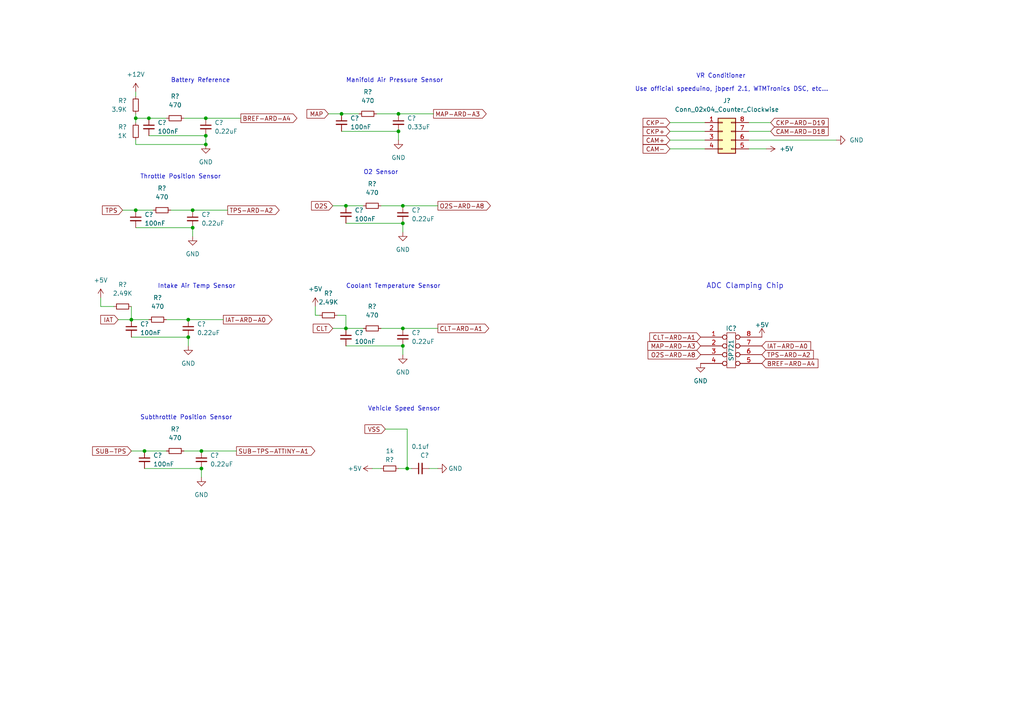
<source format=kicad_sch>
(kicad_sch (version 20211123) (generator eeschema)
  (paper "A4")
  (lib_symbols
    (symbol "Connector_Generic:Conn_02x04_Counter_Clockwise" (pin_names (offset 1.016) hide)
      (property "Reference" "J" (at 1.27 5.08 0))
      (property "Value" "Conn_02x04_Counter_Clockwise" (at 1.27 -7.62 0))
      (symbol "Conn_02x04_Counter_Clockwise_1_1"
        (rectangle (start -1.27 -4.953) (end 0 -5.207) (stroke (width 0.1524)))
        (rectangle (start -1.27 -2.413) (end 0 -2.667) (stroke (width 0.1524)))
        (rectangle (start -1.27 0.127) (end 0 -0.127) (stroke (width 0.1524)))
        (rectangle (start -1.27 2.667) (end 0 2.413) (stroke (width 0.1524)))
        (rectangle (start -1.27 3.81) (end 3.81 -6.35) (stroke (width 0.254)) (fill (type background)))
        (rectangle (start 3.81 -4.953) (end 2.54 -5.207) (stroke (width 0.1524)))
        (rectangle (start 3.81 -2.413) (end 2.54 -2.667) (stroke (width 0.1524)))
        (rectangle (start 3.81 0.127) (end 2.54 -0.127) (stroke (width 0.1524)))
        (rectangle (start 3.81 2.667) (end 2.54 2.413) (stroke (width 0.1524)))
        (pin passive line (at -5.08 2.54 0) (length 3.81) (name "Pin_1") (number "1"))
        (pin passive line (at -5.08 0 0) (length 3.81) (name "Pin_2") (number "2"))
        (pin passive line (at -5.08 -2.54 0) (length 3.81) (name "Pin_3") (number "3"))
        (pin passive line (at -5.08 -5.08 0) (length 3.81) (name "Pin_4") (number "4"))
        (pin passive line (at 7.62 -5.08 180) (length 3.81) (name "Pin_5") (number "5"))
        (pin passive line (at 7.62 -2.54 180) (length 3.81) (name "Pin_6") (number "6"))
        (pin passive line (at 7.62 0 180) (length 3.81) (name "Pin_7") (number "7"))
        (pin passive line (at 7.62 2.54 180) (length 3.81) (name "Pin_8") (number "8"))
      )
    )
    (symbol "Device:C_Small" (pin_numbers hide) (pin_names (offset 0.254) hide)
      (property "Reference" "C" (at 0.254 1.778 0))
      (property "Value" "C_Small" (at 0.254 -2.032 0))
      (symbol "C_Small_0_1"
        (polyline (pts (xy -1.524 -0.508) (xy 1.524 -0.508)) (stroke (width 0.3302)))
        (polyline (pts (xy -1.524 0.508) (xy 1.524 0.508)) (stroke (width 0.3048)))
      )
      (symbol "C_Small_1_1"
        (pin passive line (at 0 2.54 270) (length 2.032) (name "~") (number "1"))
        (pin passive line (at 0 -2.54 90) (length 2.032) (name "~") (number "2"))
      )
    )
    (symbol "Device:R_Small" (pin_numbers hide) (pin_names (offset 0.254) hide)
      (property "Reference" "R" (at 0.762 0.508 0))
      (property "Value" "R_Small" (at 0.762 -1.016 0))
      (symbol "R_Small_0_1"
        (rectangle (start -0.762 1.778) (end 0.762 -1.778) (stroke (width 0.2032)))
      )
      (symbol "R_Small_1_1"
        (pin passive line (at 0 2.54 270) (length 0.762) (name "~") (number "1"))
        (pin passive line (at 0 -2.54 90) (length 0.762) (name "~") (number "2"))
      )
    )
    (symbol "modules:DIL8" (pin_names (offset 1.016) hide)
      (property "Reference" "P" (at 0 6.35 0))
      (property "Value" "modules_DIL8" (at 0 0 90))
      (symbol "DIL8_0_1"
        (rectangle (start -1.27 5.08) (end 1.27 -5.08))
      )
      (symbol "DIL8_1_1"
        (pin passive inverted (at -8.89 3.81 0) (length 7.62) (name "P1") (number "1"))
        (pin passive inverted (at -8.89 1.27 0) (length 7.62) (name "P2") (number "2"))
        (pin passive inverted (at -8.89 -1.27 0) (length 7.62) (name "P3") (number "3"))
        (pin passive inverted (at -8.89 -3.81 0) (length 7.62) (name "P4") (number "4"))
        (pin passive inverted (at 8.89 -3.81 180) (length 7.62) (name "P5") (number "5"))
        (pin passive inverted (at 8.89 -1.27 180) (length 7.62) (name "P6") (number "6"))
        (pin passive inverted (at 8.89 1.27 180) (length 7.62) (name "P7") (number "7"))
        (pin passive inverted (at 8.89 3.81 180) (length 7.62) (name "P8") (number "8"))
      )
    )
    (symbol "power:+12V" (power) (pin_names (offset 0))
      (property "Value" "+12V" (at 0 3.556 0))
      (symbol "+12V_0_1"
        (polyline (pts (xy -0.762 1.27) (xy 0 2.54)))
        (polyline (pts (xy 0 0) (xy 0 2.54)))
        (polyline (pts (xy 0 2.54) (xy 0.762 1.27)))
      )
      (symbol "+12V_1_1"
        (pin power_in line (at 0 0 90) (length 0) hide (name "+12V") (number "1"))
      )
    )
    (symbol "power:+5V" (power) (pin_names (offset 0))
      (property "Value" "+5V" (at 0 3.556 0))
      (symbol "+5V_0_1"
        (polyline (pts (xy -0.762 1.27) (xy 0 2.54)))
        (polyline (pts (xy 0 0) (xy 0 2.54)))
        (polyline (pts (xy 0 2.54) (xy 0.762 1.27)))
      )
      (symbol "+5V_1_1"
        (pin power_in line (at 0 0 90) (length 0) hide (name "+5V") (number "1"))
      )
    )
    (symbol "power:GND" (power) (pin_names (offset 0))
      (property "Value" "GND" (at 0 -3.81 0))
      (symbol "GND_0_1"
        (polyline (pts (xy 0 0) (xy 0 -1.27) (xy 1.27 -1.27) (xy 0 -2.54) (xy -1.27 -1.27) (xy 0 -1.27)))
      )
      (symbol "GND_1_1"
        (pin power_in line (at 0 0 270) (length 0) hide (name "GND") (number "1"))
      )
    )
  )
  (junction (at 54.61 92.71))
  (junction (at 115.57 38.1))
  (junction (at 99.06 33.02))
  (junction (at 58.42 130.81))
  (junction (at 116.84 100.33))
  (junction (at 115.57 33.02))
  (junction (at 59.69 39.37))
  (junction (at 116.84 95.25))
  (junction (at 54.61 97.79))
  (junction (at 39.37 60.96))
  (junction (at 55.88 66.04))
  (junction (at 41.91 130.81))
  (junction (at 118.11 135.89))
  (junction (at 100.33 95.25))
  (junction (at 100.33 59.69))
  (junction (at 55.88 60.96))
  (junction (at 116.84 59.69))
  (junction (at 39.37 34.29))
  (junction (at 58.42 135.89))
  (junction (at 116.84 64.77))
  (junction (at 38.1 92.71))
  (junction (at 43.18 34.29))
  (junction (at 59.69 41.91))
  (junction (at 59.69 34.29))
  (wire (pts (xy 41.91 130.81) (xy 48.26 130.81)))
  (wire (pts (xy 39.37 35.56) (xy 39.37 34.29)))
  (wire (pts (xy 59.69 34.29) (xy 69.85 34.29)))
  (wire (pts (xy 116.84 95.25) (xy 127 95.25)))
  (wire (pts (xy 100.33 59.69) (xy 105.41 59.69)))
  (wire (pts (xy 59.69 39.37) (xy 59.69 41.91)))
  (wire (pts (xy 118.11 124.46) (xy 118.11 135.89)))
  (wire (pts (xy 124.46 135.89) (xy 127 135.89)))
  (wire (pts (xy 116.84 59.69) (xy 127 59.69)))
  (wire (pts (xy 43.18 39.37) (xy 59.69 39.37)))
  (wire (pts (xy 194.31 43.18) (xy 204.47 43.18)))
  (wire (pts (xy 115.57 135.89) (xy 118.11 135.89)))
  (wire (pts (xy 100.33 95.25) (xy 105.41 95.25)))
  (wire (pts (xy 118.11 135.89) (xy 119.38 135.89)))
  (wire (pts (xy 111.76 124.46) (xy 118.11 124.46)))
  (wire (pts (xy 53.34 34.29) (xy 59.69 34.29)))
  (wire (pts (xy 217.17 43.18) (xy 222.25 43.18)))
  (wire (pts (xy 34.29 92.71) (xy 38.1 92.71)))
  (wire (pts (xy 54.61 92.71) (xy 64.77 92.71)))
  (wire (pts (xy 96.52 95.25) (xy 100.33 95.25)))
  (wire (pts (xy 54.61 97.79) (xy 54.61 100.33)))
  (wire (pts (xy 55.88 66.04) (xy 55.88 68.58)))
  (wire (pts (xy 39.37 40.64) (xy 39.37 41.91)))
  (wire (pts (xy 217.17 35.56) (xy 223.52 35.56)))
  (wire (pts (xy 39.37 66.04) (xy 55.88 66.04)))
  (wire (pts (xy 116.84 100.33) (xy 116.84 102.87)))
  (wire (pts (xy 91.44 88.9) (xy 91.44 91.44)))
  (wire (pts (xy 99.06 33.02) (xy 104.14 33.02)))
  (wire (pts (xy 48.26 92.71) (xy 54.61 92.71)))
  (wire (pts (xy 43.18 34.29) (xy 48.26 34.29)))
  (wire (pts (xy 38.1 97.79) (xy 54.61 97.79)))
  (wire (pts (xy 38.1 130.81) (xy 41.91 130.81)))
  (wire (pts (xy 100.33 91.44) (xy 100.33 95.25)))
  (wire (pts (xy 58.42 135.89) (xy 58.42 138.43)))
  (wire (pts (xy 99.06 38.1) (xy 115.57 38.1)))
  (wire (pts (xy 53.34 130.81) (xy 58.42 130.81)))
  (wire (pts (xy 217.17 38.1) (xy 223.52 38.1)))
  (wire (pts (xy 194.31 35.56) (xy 204.47 35.56)))
  (wire (pts (xy 29.21 86.36) (xy 29.21 88.9)))
  (wire (pts (xy 95.25 33.02) (xy 99.06 33.02)))
  (wire (pts (xy 100.33 64.77) (xy 116.84 64.77)))
  (wire (pts (xy 116.84 64.77) (xy 116.84 67.31)))
  (wire (pts (xy 100.33 100.33) (xy 116.84 100.33)))
  (wire (pts (xy 110.49 95.25) (xy 116.84 95.25)))
  (wire (pts (xy 39.37 34.29) (xy 43.18 34.29)))
  (wire (pts (xy 217.17 40.64) (xy 242.57 40.64)))
  (wire (pts (xy 38.1 88.9) (xy 38.1 92.71)))
  (wire (pts (xy 107.95 135.89) (xy 110.49 135.89)))
  (wire (pts (xy 49.53 60.96) (xy 55.88 60.96)))
  (wire (pts (xy 39.37 60.96) (xy 44.45 60.96)))
  (wire (pts (xy 115.57 33.02) (xy 125.73 33.02)))
  (wire (pts (xy 97.79 91.44) (xy 100.33 91.44)))
  (wire (pts (xy 96.52 59.69) (xy 100.33 59.69)))
  (wire (pts (xy 91.44 91.44) (xy 92.71 91.44)))
  (wire (pts (xy 194.31 38.1) (xy 204.47 38.1)))
  (wire (pts (xy 55.88 60.96) (xy 66.04 60.96)))
  (wire (pts (xy 194.31 40.64) (xy 204.47 40.64)))
  (wire (pts (xy 35.56 60.96) (xy 39.37 60.96)))
  (wire (pts (xy 110.49 59.69) (xy 116.84 59.69)))
  (wire (pts (xy 39.37 26.67) (xy 39.37 27.94)))
  (wire (pts (xy 38.1 92.71) (xy 43.18 92.71)))
  (wire (pts (xy 39.37 41.91) (xy 59.69 41.91)))
  (wire (pts (xy 109.22 33.02) (xy 115.57 33.02)))
  (wire (pts (xy 41.91 135.89) (xy 58.42 135.89)))
  (wire (pts (xy 58.42 130.81) (xy 68.58 130.81)))
  (wire (pts (xy 29.21 88.9) (xy 33.02 88.9)))
  (wire (pts (xy 115.57 38.1) (xy 115.57 40.64)))
  (wire (pts (xy 39.37 33.02) (xy 39.37 34.29)))
  (text "Throttle Position Sensor" (at 40.64 52.07 0) (effects (font (size 1.27 1.27)) (justify left bottom)))
  (text "Subthrottle Position Sensor" (at 40.64 121.92 0) (effects (font (size 1.27 1.27)) (justify left bottom)))
  (text "Coolant Temperature Sensor" (at 100.33 83.82 0) (effects (font (size 1.27 1.27)) (justify left bottom)))
  (text "Intake Air Temp Sensor" (at 45.72 83.82 0) (effects (font (size 1.27 1.27)) (justify left bottom)))
  (text "Manifold Air Pressure Sensor" (at 100.33 24.13 0) (effects (font (size 1.27 1.27)) (justify left bottom)))
  (text "VR Conditioner" (at 201.93 22.86 0) (effects (font (size 1.27 1.27)) (justify left bottom)))
  (text "O2 Sensor" (at 105.41 50.8 0) (effects (font (size 1.27 1.27)) (justify left bottom)))
  (text "Vehicle Speed Sensor" (at 106.68 119.38 0) (effects (font (size 1.27 1.27)) (justify left bottom)))
  (text "Battery Reference" (at 49.53 24.13 0) (effects (font (size 1.27 1.27)) (justify left bottom)))
  (text "Use official speeduino, jbperf 2.1, WTMTronics DSC, etc..." (at 184.15 26.67 0) (effects (font (size 1.27 1.27)) (justify left bottom)))
  (text "ADC Clamping Chip\n\n" (at 227.33 86.36 180) (effects (font (size 1.524 1.524)) (justify right bottom)))
  (global_label "O2S-ARD-A8" (shape output) (at 127 59.69 0) (property "Intersheet References" "${INTERSHEET_REFS}" (effects hide)))
  (global_label "MAP-ARD-A3" (shape input) (at 203.2 100.33 180) (property "Intersheet References" "${INTERSHEET_REFS}" (effects hide)))
  (global_label "SUB-TPS" (shape input) (at 38.1 130.81 180) (property "Intersheet References" "${INTERSHEET_REFS}" (effects hide)))
  (global_label "CLT-ARD-A1" (shape input) (at 203.2 97.79 180) (property "Intersheet References" "${INTERSHEET_REFS}" (effects hide)))
  (global_label "CAM-ARD-D18" (shape input) (at 223.52 38.1 0) (property "Intersheet References" "${INTERSHEET_REFS}" (effects hide)))
  (global_label "CKP+" (shape input) (at 194.31 38.1 180) (property "Intersheet References" "${INTERSHEET_REFS}" (effects hide)))
  (global_label "BREF-ARD-A4" (shape output) (at 69.85 34.29 0) (property "Intersheet References" "${INTERSHEET_REFS}" (effects hide)))
  (global_label "CAM+" (shape input) (at 194.31 40.64 180) (property "Intersheet References" "${INTERSHEET_REFS}" (effects hide)))
  (global_label "CKP-ARD-D19" (shape input) (at 223.52 35.56 0) (property "Intersheet References" "${INTERSHEET_REFS}" (effects hide)))
  (global_label "CLT" (shape input) (at 96.52 95.25 180) (property "Intersheet References" "${INTERSHEET_REFS}" (effects hide)))
  (global_label "MAP-ARD-A3" (shape output) (at 125.73 33.02 0) (property "Intersheet References" "${INTERSHEET_REFS}" (effects hide)))
  (global_label "O2S-ARD-A8" (shape input) (at 203.2 102.87 180) (property "Intersheet References" "${INTERSHEET_REFS}" (effects hide)))
  (global_label "TPS-ARD-A2" (shape input) (at 220.98 102.87 0) (property "Intersheet References" "${INTERSHEET_REFS}" (effects hide)))
  (global_label "TPS-ARD-A2" (shape output) (at 66.04 60.96 0) (property "Intersheet References" "${INTERSHEET_REFS}" (effects hide)))
  (global_label "CKP-" (shape input) (at 194.31 35.56 180) (property "Intersheet References" "${INTERSHEET_REFS}" (effects hide)))
  (global_label "O2S" (shape input) (at 96.52 59.69 180) (property "Intersheet References" "${INTERSHEET_REFS}" (effects hide)))
  (global_label "IAT-ARD-A0" (shape input) (at 220.98 100.33 0) (property "Intersheet References" "${INTERSHEET_REFS}" (effects hide)))
  (global_label "CAM-" (shape input) (at 194.31 43.18 180) (property "Intersheet References" "${INTERSHEET_REFS}" (effects hide)))
  (global_label "SUB-TPS-ATTINY-A1" (shape output) (at 68.58 130.81 0) (property "Intersheet References" "${INTERSHEET_REFS}" (effects hide)))
  (global_label "CLT-ARD-A1" (shape output) (at 127 95.25 0) (property "Intersheet References" "${INTERSHEET_REFS}" (effects hide)))
  (global_label "IAT-ARD-A0" (shape output) (at 64.77 92.71 0) (property "Intersheet References" "${INTERSHEET_REFS}" (effects hide)))
  (global_label "BREF-ARD-A4" (shape input) (at 220.98 105.41 0) (property "Intersheet References" "${INTERSHEET_REFS}" (effects hide)))
  (global_label "VSS" (shape input) (at 111.76 124.46 180) (property "Intersheet References" "${INTERSHEET_REFS}" (effects hide)))
  (global_label "MAP" (shape input) (at 95.25 33.02 180) (property "Intersheet References" "${INTERSHEET_REFS}" (effects hide)))
  (global_label "IAT" (shape input) (at 34.29 92.71 180) (property "Intersheet References" "${INTERSHEET_REFS}" (effects hide)))
  (global_label "TPS" (shape input) (at 35.56 60.96 180) (property "Intersheet References" "${INTERSHEET_REFS}" (effects hide)))
  (symbol (lib_id "modules:DIL8") (at 212.09 101.6 0) (unit 1)
    (property "Reference" "IC?" (at 212.09 95.25 0))
    (property "Value" "SP721" (at 212.09 101.6 90))
    (property "Footprint" "Package_DIP:DIP-8_W7.62mm" (effects hide))
  )
  (symbol (lib_id "power:+12V") (at 39.37 26.67 0)
    (property "Reference" "#PWR?" (effects hide))
    (property "Value" "+12V" (at 39.37 21.59 0))
  )
  (symbol (lib_id "power:+5V") (at 29.21 86.36 0)
    (property "Reference" "#PWR?" (effects hide))
    (property "Value" "+5V" (at 29.21 81.28 0))
  )
  (symbol (lib_id "Device:C_Small") (at 121.92 135.89 90)
    (property "Reference" "C?" (at 124.46 132.0738 90) (effects (justify left)))
    (property "Value" "0.1uf" (at 124.46 129.5338 90) (effects (justify left)))
    (property "Footprint" "Capacitor_SMD:C_0805_2012Metric" (effects hide))
    (property "Digikey" "311-1140-1-ND" (effects hide))
    (property "Manufacturer_Name" "Yageo" (effects hide))
    (property "Manufacturer_Part_Number" "CC0805KRX7R9BB104" (effects hide))
  )
  (symbol (lib_id "Device:C_Small") (at 58.42 133.35 0)
    (property "Reference" "C?" (at 60.96 132.0862 0) (effects (justify left)))
    (property "Value" "0.22uF" (at 60.96 134.6262 0) (effects (justify left)))
    (property "Footprint" "Capacitor_SMD:C_0805_2012Metric_Pad1.18x1.45mm_HandSolder" (effects hide))
  )
  (symbol (lib_id "Device:C_Small") (at 55.88 63.5 0)
    (property "Reference" "C?" (at 58.42 62.2362 0) (effects (justify left)))
    (property "Value" "0.22uF" (at 58.42 64.7762 0) (effects (justify left)))
    (property "Footprint" "Capacitor_SMD:C_0805_2012Metric_Pad1.18x1.45mm_HandSolder" (effects hide))
  )
  (symbol (lib_id "power:GND") (at 127 135.89 90)
    (property "Reference" "#PWR?" (effects hide))
    (property "Value" "GND" (at 132.08 135.89 90))
  )
  (symbol (lib_id "Device:R_Small") (at 46.99 60.96 90)
    (property "Reference" "R?" (at 46.99 54.61 90))
    (property "Value" "470" (at 46.99 57.15 90))
    (property "Footprint" "Resistor_SMD:R_0805_2012Metric_Pad1.20x1.40mm_HandSolder" (effects hide))
  )
  (symbol (lib_id "power:GND") (at 59.69 41.91 0)
    (property "Reference" "#PWR?" (effects hide))
    (property "Value" "GND" (at 59.69 46.99 0))
  )
  (symbol (lib_id "power:GND") (at 55.88 68.58 0)
    (property "Reference" "#PWR?" (effects hide))
    (property "Value" "GND" (at 55.88 73.66 0))
  )
  (symbol (lib_id "Device:R_Small") (at 106.68 33.02 90)
    (property "Reference" "R?" (at 106.68 26.67 90))
    (property "Value" "470" (at 106.68 29.21 90))
    (property "Footprint" "Resistor_SMD:R_0805_2012Metric_Pad1.20x1.40mm_HandSolder" (effects hide))
  )
  (symbol (lib_id "Device:R_Small") (at 113.03 135.89 90)
    (property "Reference" "R?" (at 114.3 133.3501 90) (effects (justify left)))
    (property "Value" "1k" (at 114.3 130.8101 90) (effects (justify left)))
    (property "Footprint" "Resistor_SMD:R_0805_2012Metric_Pad1.20x1.40mm_HandSolder" (effects hide))
  )
  (symbol (lib_id "Device:R_Small") (at 39.37 38.1 0) (mirror x)
    (property "Reference" "R?" (at 36.83 36.8299 0) (effects (justify right)))
    (property "Value" "1K" (at 36.83 39.3699 0) (effects (justify right)))
    (property "Footprint" "Resistor_SMD:R_0805_2012Metric_Pad1.20x1.40mm_HandSolder" (effects hide))
  )
  (symbol (lib_id "Device:R_Small") (at 35.56 88.9 90)
    (property "Reference" "R?" (at 35.56 82.55 90))
    (property "Value" "2.49K" (at 35.56 85.09 90))
    (property "Footprint" "Resistor_SMD:R_0805_2012Metric_Pad1.20x1.40mm_HandSolder" (effects hide))
  )
  (symbol (lib_id "Device:C_Small") (at 39.37 63.5 0)
    (property "Reference" "C?" (at 41.91 62.2362 0) (effects (justify left)))
    (property "Value" "100nF" (at 41.91 64.7762 0) (effects (justify left)))
    (property "Footprint" "Capacitor_SMD:C_0805_2012Metric_Pad1.18x1.45mm_HandSolder" (effects hide))
  )
  (symbol (lib_id "Device:R_Small") (at 39.37 30.48 0) (mirror x)
    (property "Reference" "R?" (at 36.83 29.2099 0) (effects (justify right)))
    (property "Value" "3.9K" (at 36.83 31.7499 0) (effects (justify right)))
    (property "Footprint" "Resistor_SMD:R_0805_2012Metric_Pad1.20x1.40mm_HandSolder" (effects hide))
  )
  (symbol (lib_id "Device:C_Small") (at 99.06 35.56 0)
    (property "Reference" "C?" (at 101.6 34.2962 0) (effects (justify left)))
    (property "Value" "100nF" (at 101.6 36.8362 0) (effects (justify left)))
    (property "Footprint" "Capacitor_SMD:C_0805_2012Metric_Pad1.18x1.45mm_HandSolder" (effects hide))
  )
  (symbol (lib_id "Device:C_Small") (at 116.84 97.79 0)
    (property "Reference" "C?" (at 119.38 96.5262 0) (effects (justify left)))
    (property "Value" "0.22uF" (at 119.38 99.0662 0) (effects (justify left)))
    (property "Footprint" "Capacitor_SMD:C_0805_2012Metric_Pad1.18x1.45mm_HandSolder" (effects hide))
  )
  (symbol (lib_id "Device:R_Small") (at 95.25 91.44 90)
    (property "Reference" "R?" (at 95.25 85.09 90))
    (property "Value" "2.49K" (at 95.25 87.63 90))
    (property "Footprint" "Resistor_SMD:R_0805_2012Metric_Pad1.20x1.40mm_HandSolder" (effects hide))
  )
  (symbol (lib_id "Device:C_Small") (at 41.91 133.35 0)
    (property "Reference" "C?" (at 44.45 132.0862 0) (effects (justify left)))
    (property "Value" "100nF" (at 44.45 134.6262 0) (effects (justify left)))
    (property "Footprint" "Capacitor_SMD:C_0805_2012Metric_Pad1.18x1.45mm_HandSolder" (effects hide))
  )
  (symbol (lib_id "power:+5V") (at 107.95 135.89 90)
    (property "Reference" "#PWR?" (effects hide))
    (property "Value" "+5V" (at 102.87 135.89 90))
  )
  (symbol (lib_id "Device:R_Small") (at 107.95 95.25 90)
    (property "Reference" "R?" (at 107.95 88.9 90))
    (property "Value" "470" (at 107.95 91.44 90))
    (property "Footprint" "Resistor_SMD:R_0805_2012Metric_Pad1.20x1.40mm_HandSolder" (effects hide))
  )
  (symbol (lib_id "power:GND") (at 116.84 67.31 0)
    (property "Reference" "#PWR?" (effects hide))
    (property "Value" "GND" (at 116.84 72.39 0))
  )
  (symbol (lib_id "Device:C_Small") (at 54.61 95.25 0)
    (property "Reference" "C?" (at 57.15 93.9862 0) (effects (justify left)))
    (property "Value" "0.22uF" (at 57.15 96.5262 0) (effects (justify left)))
    (property "Footprint" "Capacitor_SMD:C_0805_2012Metric_Pad1.18x1.45mm_HandSolder" (effects hide))
  )
  (symbol (lib_id "Device:C_Small") (at 115.57 35.56 0)
    (property "Reference" "C?" (at 118.11 34.2962 0) (effects (justify left)))
    (property "Value" "0.33uF" (at 118.11 36.8362 0) (effects (justify left)))
    (property "Footprint" "Capacitor_SMD:C_0805_2012Metric_Pad1.18x1.45mm_HandSolder" (effects hide))
  )
  (symbol (lib_id "power:GND") (at 58.42 138.43 0)
    (property "Reference" "#PWR?" (effects hide))
    (property "Value" "GND" (at 58.42 143.51 0))
  )
  (symbol (lib_id "power:GND") (at 115.57 40.64 0)
    (property "Reference" "#PWR?" (effects hide))
    (property "Value" "GND" (at 115.57 45.72 0))
  )
  (symbol (lib_id "power:+5V") (at 222.25 43.18 270) (unit 1)
    (property "Reference" "#PWR?" (effects hide))
    (property "Value" "+5V" (at 226.06 43.1799 90) (effects (justify left)))
  )
  (symbol (lib_id "Device:C_Small") (at 59.69 36.83 0)
    (property "Reference" "C?" (at 62.23 35.5662 0) (effects (justify left)))
    (property "Value" "0.22uF" (at 62.23 38.1062 0) (effects (justify left)))
    (property "Footprint" "Capacitor_SMD:C_0805_2012Metric_Pad1.18x1.45mm_HandSolder" (effects hide))
  )
  (symbol (lib_id "Device:C_Small") (at 38.1 95.25 0)
    (property "Reference" "C?" (at 40.64 93.9862 0) (effects (justify left)))
    (property "Value" "100nF" (at 40.64 96.5262 0) (effects (justify left)))
    (property "Footprint" "Capacitor_SMD:C_0805_2012Metric_Pad1.18x1.45mm_HandSolder" (effects hide))
  )
  (symbol (lib_id "power:+5V") (at 220.98 97.79 0) (unit 1)
    (property "Reference" "#PWR?" (effects hide))
    (property "Value" "+5V" (at 220.98 94.234 0))
  )
  (symbol (lib_id "power:GND") (at 54.61 100.33 0)
    (property "Reference" "#PWR?" (effects hide))
    (property "Value" "GND" (at 54.61 105.41 0))
  )
  (symbol (lib_id "Connector_Generic:Conn_02x04_Counter_Clockwise") (at 209.55 38.1 0) (unit 1)
    (property "Reference" "J?" (at 210.82 29.21 0))
    (property "Value" "Conn_02x04_Counter_Clockwise" (at 210.82 31.75 0))
    (property "Footprint" "mega_2560:vr_conditioner" (effects hide))
  )
  (symbol (lib_id "Device:C_Small") (at 43.18 36.83 0)
    (property "Reference" "C?" (at 45.72 35.5662 0) (effects (justify left)))
    (property "Value" "100nF" (at 45.72 38.1062 0) (effects (justify left)))
    (property "Footprint" "Capacitor_SMD:C_0805_2012Metric_Pad1.18x1.45mm_HandSolder" (effects hide))
  )
  (symbol (lib_id "Device:C_Small") (at 100.33 62.23 0)
    (property "Reference" "C?" (at 102.87 60.9662 0) (effects (justify left)))
    (property "Value" "100nF" (at 102.87 63.5062 0) (effects (justify left)))
    (property "Footprint" "Capacitor_SMD:C_0805_2012Metric_Pad1.18x1.45mm_HandSolder" (effects hide))
  )
  (symbol (lib_id "power:+5V") (at 91.44 88.9 0)
    (property "Reference" "#PWR?" (effects hide))
    (property "Value" "+5V" (at 91.44 83.82 0))
  )
  (symbol (lib_id "power:GND") (at 116.84 102.87 0)
    (property "Reference" "#PWR?" (effects hide))
    (property "Value" "GND" (at 116.84 107.95 0))
  )
  (symbol (lib_id "Device:R_Small") (at 107.95 59.69 90)
    (property "Reference" "R?" (at 107.95 53.34 90))
    (property "Value" "470" (at 107.95 55.88 90))
    (property "Footprint" "Resistor_SMD:R_0805_2012Metric_Pad1.20x1.40mm_HandSolder" (effects hide))
  )
  (symbol (lib_id "Device:R_Small") (at 50.8 34.29 90)
    (property "Reference" "R?" (at 50.8 27.94 90))
    (property "Value" "470" (at 50.8 30.48 90))
    (property "Footprint" "Resistor_SMD:R_0805_2012Metric_Pad1.20x1.40mm_HandSolder" (effects hide))
  )
  (symbol (lib_id "Device:R_Small") (at 50.8 130.81 90)
    (property "Reference" "R?" (at 50.8 124.46 90))
    (property "Value" "470" (at 50.8 127 90))
    (property "Footprint" "Resistor_SMD:R_0805_2012Metric_Pad1.20x1.40mm_HandSolder" (effects hide))
  )
  (symbol (lib_id "Device:C_Small") (at 116.84 62.23 0)
    (property "Reference" "C?" (at 119.38 60.9662 0) (effects (justify left)))
    (property "Value" "0.22uF" (at 119.38 63.5062 0) (effects (justify left)))
    (property "Footprint" "Capacitor_SMD:C_0805_2012Metric_Pad1.18x1.45mm_HandSolder" (effects hide))
  )
  (symbol (lib_id "Device:R_Small") (at 45.72 92.71 90)
    (property "Reference" "R?" (at 45.72 86.36 90))
    (property "Value" "470" (at 45.72 88.9 90))
    (property "Footprint" "Resistor_SMD:R_0805_2012Metric_Pad1.20x1.40mm_HandSolder" (effects hide))
  )
  (symbol (lib_id "power:GND") (at 242.57 40.64 90) (unit 1)
    (property "Reference" "#PWR?" (effects hide))
    (property "Value" "GND" (at 246.38 40.6399 90) (effects (justify right)))
  )
  (symbol (lib_id "Device:C_Small") (at 100.33 97.79 0)
    (property "Reference" "C?" (at 102.87 96.5262 0) (effects (justify left)))
    (property "Value" "100nF" (at 102.87 99.0662 0) (effects (justify left)))
    (property "Footprint" "Capacitor_SMD:C_0805_2012Metric_Pad1.18x1.45mm_HandSolder" (effects hide))
  )
  (symbol (lib_id "power:GND") (at 203.2 105.41 0) (unit 1)
    (property "Reference" "#PWR?" (effects hide))
    (property "Value" "GND" (at 203.2 110.49 0))
  )
)
</source>
